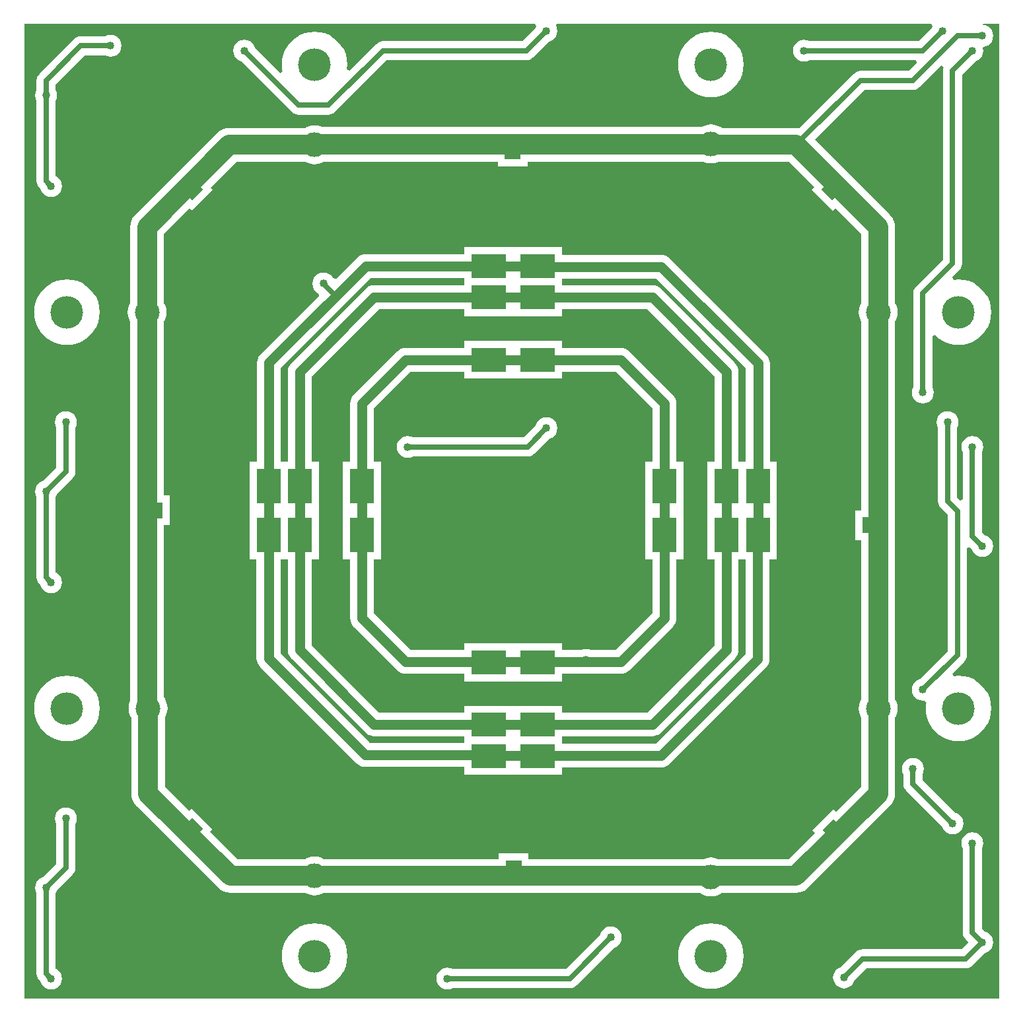
<source format=gbl>
%FSLAX25Y25*%
%MOIN*%
G70*
G01*
G75*
G04 Layer_Physical_Order=2*
G04 Layer_Color=65280*
%ADD10P,0.08352X4X333.0*%
%ADD11P,0.08352X4X261.0*%
%ADD12P,0.08352X4X189.0*%
%ADD13P,0.08352X4X117.0*%
%ADD14R,0.05906X0.05906*%
%ADD15C,0.02500*%
%ADD16C,0.10000*%
%ADD17C,0.05000*%
%ADD18C,0.12500*%
%ADD19R,0.12500X0.12500*%
%ADD20R,0.12500X0.12500*%
%ADD21C,0.16500*%
%ADD22C,0.04000*%
%ADD23R,0.17716X0.12205*%
%ADD24R,0.12205X0.17716*%
G04:AMPARAMS|DCode=25|XSize=80mil|YSize=50mil|CornerRadius=0mil|HoleSize=0mil|Usage=FLASHONLY|Rotation=45.000|XOffset=0mil|YOffset=0mil|HoleType=Round|Shape=Rectangle|*
%AMROTATEDRECTD25*
4,1,4,-0.01061,-0.04596,-0.04596,-0.01061,0.01061,0.04596,0.04596,0.01061,-0.01061,-0.04596,0.0*
%
%ADD25ROTATEDRECTD25*%

%ADD26R,0.08000X0.05000*%
G04:AMPARAMS|DCode=27|XSize=80mil|YSize=50mil|CornerRadius=0mil|HoleSize=0mil|Usage=FLASHONLY|Rotation=315.000|XOffset=0mil|YOffset=0mil|HoleType=Round|Shape=Rectangle|*
%AMROTATEDRECTD27*
4,1,4,-0.04596,0.01061,-0.01061,0.04596,0.04596,-0.01061,0.01061,-0.04596,-0.04596,0.01061,0.0*
%
%ADD27ROTATEDRECTD27*%

%ADD28R,0.05000X0.08000*%
G36*
X702657Y713764D02*
X701343Y712450D01*
X711950Y701843D01*
X713264Y703157D01*
X726459Y689962D01*
Y655204D01*
X725949Y654249D01*
X725391Y652411D01*
X725203Y650500D01*
X725391Y648589D01*
X725949Y646751D01*
X726459Y645796D01*
X726459D01*
X726459Y645796D01*
Y550500D01*
X723500D01*
Y535500D01*
X726459D01*
Y455204D01*
X725949Y454249D01*
X725391Y452411D01*
X725203Y450500D01*
X725391Y448589D01*
X725949Y446751D01*
X726459Y445796D01*
Y411038D01*
X713764Y398343D01*
X712450Y399657D01*
X701843Y389050D01*
X703157Y387736D01*
X689962Y374541D01*
X654269D01*
X654249Y374551D01*
X652411Y375109D01*
X650500Y375297D01*
X648589Y375109D01*
X646751Y374551D01*
X646732Y374541D01*
X558500D01*
Y377500D01*
X543500D01*
Y374541D01*
X455204D01*
X454249Y375051D01*
X452411Y375609D01*
X450500Y375797D01*
X448589Y375609D01*
X446751Y375051D01*
X445796Y374541D01*
X411538D01*
X397843Y388236D01*
X399157Y389550D01*
X388550Y400157D01*
X387236Y398843D01*
X375041Y411038D01*
Y445796D01*
X375551Y446751D01*
X376109Y448589D01*
X376297Y450500D01*
X376109Y452411D01*
X375551Y454249D01*
X374646Y455943D01*
X374541Y456071D01*
Y543000D01*
X377500D01*
Y558000D01*
X374541D01*
Y645796D01*
X375051Y646751D01*
X375609Y648589D01*
X375797Y650500D01*
X375609Y652411D01*
X375051Y654249D01*
X374541Y655204D01*
Y689962D01*
X387486Y702907D01*
X388550Y701843D01*
X399157Y712450D01*
X398093Y713514D01*
X411038Y726459D01*
X445796D01*
X446751Y725949D01*
X448589Y725391D01*
X450500Y725203D01*
X452411Y725391D01*
X454249Y725949D01*
X455204Y726459D01*
X543000D01*
Y724000D01*
X558000D01*
Y726459D01*
X646732D01*
X646751Y726449D01*
X648589Y725891D01*
X650500Y725703D01*
X652411Y725891D01*
X654249Y726449D01*
X654269Y726459D01*
X689962D01*
X702657Y713764D01*
D02*
G37*
G36*
X795965Y304034D02*
X304034D01*
Y795965D01*
X561632D01*
X562466Y794718D01*
X562142Y793936D01*
X562139Y793914D01*
X555515Y787291D01*
X485000D01*
X483760Y787128D01*
X482605Y786649D01*
X481612Y785888D01*
X468227Y772502D01*
X466864Y773130D01*
X467051Y775500D01*
X466847Y778089D01*
X466241Y780615D01*
X465247Y783014D01*
X463890Y785228D01*
X462203Y787203D01*
X460228Y788890D01*
X458014Y790247D01*
X455615Y791241D01*
X453089Y791847D01*
X450500Y792051D01*
X447911Y791847D01*
X445386Y791241D01*
X442986Y790247D01*
X440772Y788890D01*
X438797Y787203D01*
X437110Y785228D01*
X435753Y783014D01*
X434759Y780615D01*
X434153Y778089D01*
X433949Y775500D01*
X434153Y772911D01*
X434389Y771929D01*
X433080Y771196D01*
X420361Y783914D01*
X420358Y783936D01*
X419804Y785274D01*
X418923Y786423D01*
X417774Y787304D01*
X416436Y787858D01*
X415000Y788048D01*
X413564Y787858D01*
X412226Y787304D01*
X411077Y786423D01*
X410196Y785274D01*
X409642Y783936D01*
X409452Y782500D01*
X409642Y781064D01*
X410196Y779726D01*
X411077Y778577D01*
X412226Y777696D01*
X413564Y777142D01*
X413586Y777139D01*
X439112Y751612D01*
X440104Y750851D01*
X441260Y750372D01*
X442500Y750209D01*
X457500D01*
X458740Y750372D01*
X459557Y750711D01*
X459896Y750851D01*
X460888Y751612D01*
Y751612D01*
X460888D01*
D01*
D01*
D01*
D01*
D01*
D01*
X460888D01*
D01*
X460888D01*
Y751612D01*
D01*
D01*
D01*
D01*
Y751612D01*
D01*
D01*
D01*
D01*
D01*
D01*
Y751612D01*
D01*
D01*
X460888D01*
D01*
D01*
D01*
X486984Y777709D01*
X557500D01*
X558740Y777872D01*
X559557Y778211D01*
X559896Y778351D01*
X560888Y779112D01*
Y779112D01*
X560888D01*
D01*
D01*
D01*
D01*
D01*
D01*
X560888D01*
D01*
X560888D01*
Y779112D01*
D01*
D01*
D01*
D01*
Y779112D01*
D01*
D01*
D01*
D01*
D01*
D01*
Y779112D01*
D01*
D01*
X560888D01*
D01*
D01*
D01*
X568914Y787139D01*
X568936Y787142D01*
X570274Y787696D01*
X571423Y788577D01*
X572304Y789726D01*
X572858Y791064D01*
X573047Y792500D01*
X572858Y793936D01*
X572304Y795274D01*
X572645Y795965D01*
X761632D01*
X762466Y794718D01*
X762142Y793936D01*
X762139Y793914D01*
X755515Y787291D01*
X700291D01*
X700274Y787304D01*
X698936Y787858D01*
X697500Y788048D01*
X696064Y787858D01*
X694726Y787304D01*
X693577Y786423D01*
X692696Y785274D01*
X692142Y783936D01*
X691953Y782500D01*
X692142Y781064D01*
X692696Y779726D01*
X693577Y778577D01*
X694726Y777696D01*
X696064Y777142D01*
X697500Y776953D01*
X698936Y777142D01*
X700274Y777696D01*
X700291Y777709D01*
X753974D01*
X754548Y776323D01*
X750516Y772291D01*
X726000D01*
X724760Y772128D01*
X723604Y771649D01*
X722612Y770888D01*
X695107Y743383D01*
X693500Y743541D01*
X656071D01*
X655943Y743646D01*
X654249Y744551D01*
X652411Y745109D01*
X650500Y745297D01*
X648589Y745109D01*
X646751Y744551D01*
X645796Y744041D01*
X454269D01*
X454249Y744051D01*
X452411Y744609D01*
X450500Y744797D01*
X448589Y744609D01*
X446751Y744051D01*
X445796Y743541D01*
X407500D01*
X405834Y743377D01*
X404231Y742891D01*
X402755Y742102D01*
X401461Y741040D01*
X359961Y699540D01*
X358898Y698245D01*
X358109Y696769D01*
X357623Y695166D01*
X357459Y693500D01*
Y655204D01*
X356949Y654249D01*
X356391Y652411D01*
X356203Y650500D01*
X356391Y648589D01*
X356949Y646751D01*
X357459Y645796D01*
Y454269D01*
X357449Y454249D01*
X356891Y452411D01*
X356703Y450500D01*
X356891Y448589D01*
X357449Y446751D01*
X357959Y445796D01*
Y407500D01*
X358123Y405834D01*
X358609Y404231D01*
X359398Y402755D01*
X360460Y401461D01*
X401961Y359961D01*
X403255Y358898D01*
X404731Y358109D01*
X406334Y357623D01*
X408000Y357459D01*
X445796D01*
X446751Y356949D01*
X448589Y356391D01*
X450500Y356203D01*
X452411Y356391D01*
X454249Y356949D01*
X455204Y357459D01*
X644929D01*
X645057Y357354D01*
X646751Y356449D01*
X648589Y355891D01*
X650500Y355703D01*
X652411Y355891D01*
X654249Y356449D01*
X655943Y357354D01*
X656071Y357459D01*
X693500D01*
X695166Y357623D01*
X696769Y358109D01*
X698245Y358898D01*
X699540Y359961D01*
X741040Y401461D01*
Y401461D01*
D01*
D01*
D01*
X741040Y401461D01*
D01*
Y401461D01*
D01*
X741040D01*
Y401461D01*
D01*
Y401461D01*
Y401461D01*
X741040D01*
D01*
D01*
Y401461D01*
D01*
D01*
D01*
D01*
D01*
D01*
Y401461D01*
D01*
D01*
X741040D01*
D01*
X741040Y401461D01*
D01*
D01*
X742102Y402755D01*
X742891Y404231D01*
X743377Y405834D01*
X743541Y407500D01*
Y445796D01*
X744051Y446751D01*
X744609Y448589D01*
X744797Y450500D01*
X744609Y452411D01*
X744051Y454249D01*
X743541Y455204D01*
Y645796D01*
X744051Y646751D01*
X744609Y648589D01*
X744797Y650500D01*
X744609Y652411D01*
X744051Y654249D01*
X743541Y655204D01*
Y693500D01*
X743377Y695166D01*
X742891Y696769D01*
X742102Y698245D01*
X741040Y699540D01*
X702927Y737652D01*
X727985Y762709D01*
X752500D01*
X753740Y762872D01*
X754557Y763211D01*
X754895Y763351D01*
X755888Y764112D01*
Y764112D01*
X755888D01*
D01*
D01*
D01*
D01*
D01*
D01*
X755888D01*
D01*
X755888D01*
Y764112D01*
D01*
D01*
D01*
D01*
Y764112D01*
D01*
D01*
D01*
D01*
D01*
D01*
Y764112D01*
D01*
D01*
X755888D01*
D01*
D01*
D01*
X766820Y775045D01*
X768068Y774212D01*
X767872Y773740D01*
X767709Y772500D01*
Y676985D01*
X754112Y663388D01*
X753351Y662395D01*
X753211Y662057D01*
X752872Y661240D01*
X752709Y660000D01*
Y612791D01*
X752696Y612774D01*
X752142Y611436D01*
X751953Y610000D01*
X752142Y608564D01*
X752696Y607226D01*
X753577Y606077D01*
X754726Y605196D01*
X756064Y604642D01*
X757500Y604453D01*
X758936Y604642D01*
X760274Y605196D01*
X761423Y606077D01*
X762304Y607226D01*
X762858Y608564D01*
X763048Y610000D01*
X762858Y611436D01*
X762304Y612774D01*
X762291Y612791D01*
Y638393D01*
X763698Y638912D01*
X763797Y638797D01*
X765772Y637110D01*
X767986Y635753D01*
X770386Y634759D01*
X772911Y634153D01*
X775500Y633949D01*
X778089Y634153D01*
X780615Y634759D01*
X783014Y635753D01*
X785228Y637110D01*
X787203Y638797D01*
X788890Y640772D01*
X790247Y642986D01*
X791241Y645386D01*
X791847Y647911D01*
X792051Y650500D01*
X791847Y653089D01*
X791241Y655615D01*
X790247Y658014D01*
X788890Y660228D01*
X787203Y662203D01*
X785228Y663890D01*
X783014Y665247D01*
X780615Y666241D01*
X778089Y666847D01*
X775500Y667051D01*
X773130Y666864D01*
X772502Y668227D01*
X775888Y671612D01*
X776649Y672605D01*
X777128Y673760D01*
X777291Y675000D01*
Y770515D01*
X783914Y777139D01*
X783936Y777142D01*
X785274Y777696D01*
X786423Y778577D01*
X787304Y779726D01*
X787858Y781064D01*
X788048Y782500D01*
X787858Y783936D01*
X788211Y784546D01*
X788936Y784642D01*
X790274Y785196D01*
X791423Y786077D01*
X792304Y787226D01*
X792858Y788564D01*
X793048Y790000D01*
X792858Y791436D01*
X792304Y792774D01*
X791423Y793923D01*
X790274Y794804D01*
X788936Y795358D01*
X787500Y795547D01*
X787918Y795965D01*
X795965D01*
Y304034D01*
D02*
G37*
%LPC*%
G36*
X752500Y425548D02*
X751064Y425358D01*
X749726Y424804D01*
X748577Y423923D01*
X747696Y422774D01*
X747142Y421436D01*
X746952Y420000D01*
X747142Y418564D01*
X747696Y417226D01*
X747709Y417209D01*
Y412500D01*
X747709Y412500D01*
X747709D01*
X747872Y411260D01*
X748211Y410443D01*
X748351Y410105D01*
X749112Y409112D01*
Y409112D01*
D01*
D01*
X749112Y409112D01*
Y409112D01*
X749112Y409112D01*
X767139Y391086D01*
X767142Y391064D01*
X767696Y389726D01*
X768577Y388577D01*
X769726Y387696D01*
X771064Y387142D01*
X772500Y386952D01*
X773936Y387142D01*
X775274Y387696D01*
X776423Y388577D01*
X777304Y389726D01*
X777858Y391064D01*
X778048Y392500D01*
X777858Y393936D01*
X777304Y395274D01*
X776423Y396423D01*
X775274Y397304D01*
X773936Y397858D01*
X773914Y397861D01*
X757291Y414485D01*
Y417209D01*
X757304Y417226D01*
X757858Y418564D01*
X758047Y420000D01*
X757858Y421436D01*
X757304Y422774D01*
X756423Y423923D01*
X755274Y424804D01*
X753936Y425358D01*
X752500Y425548D01*
D02*
G37*
G36*
X600000Y340470D02*
X598564Y340281D01*
X597226Y339726D01*
X596077Y338845D01*
X595196Y337696D01*
X594642Y336358D01*
X594639Y336336D01*
X577272Y318970D01*
X520291D01*
X520274Y318983D01*
X518936Y319537D01*
X517500Y319726D01*
X516064Y319537D01*
X514726Y318983D01*
X513577Y318101D01*
X512696Y316952D01*
X512142Y315615D01*
X511952Y314179D01*
X512142Y312743D01*
X512696Y311405D01*
X513577Y310256D01*
X514726Y309374D01*
X516064Y308820D01*
X517500Y308631D01*
X518936Y308820D01*
X520274Y309374D01*
X520291Y309388D01*
X579256D01*
X580497Y309551D01*
X581314Y309889D01*
X581652Y310030D01*
X582644Y310791D01*
Y310791D01*
X582644D01*
D01*
D01*
D01*
D01*
D01*
D01*
X582644D01*
D01*
X582644D01*
Y310791D01*
D01*
D01*
D01*
D01*
Y310791D01*
D01*
D01*
D01*
Y310791D01*
D01*
D01*
X582644D01*
D01*
D01*
D01*
X601414Y329561D01*
X601436Y329564D01*
X602774Y330118D01*
X603923Y331000D01*
X604804Y332149D01*
X605358Y333487D01*
X605548Y334922D01*
X605358Y336358D01*
X604804Y337696D01*
X603923Y338845D01*
X602774Y339726D01*
X601436Y340281D01*
X600000Y340470D01*
D02*
G37*
G36*
X782500Y388048D02*
X781064Y387858D01*
X779726Y387304D01*
X778577Y386423D01*
X777696Y385274D01*
X777142Y383936D01*
X776953Y382500D01*
X777142Y381064D01*
X777696Y379726D01*
X777709Y379709D01*
Y337500D01*
X777872Y336260D01*
X778211Y335443D01*
X778351Y335104D01*
X779112Y334112D01*
X780724Y332500D01*
X777194Y328970D01*
X727166D01*
X725926Y328806D01*
X724770Y328328D01*
X723778Y327567D01*
X716329Y320118D01*
X716308Y320115D01*
X714970Y319561D01*
X713821Y318679D01*
X712939Y317530D01*
X712385Y316192D01*
X712196Y314756D01*
X712385Y313321D01*
X712939Y311983D01*
X713821Y310834D01*
X714970Y309952D01*
X716308Y309398D01*
X717743Y309209D01*
X719179Y309398D01*
X720517Y309952D01*
X721666Y310834D01*
X722548Y311983D01*
X723102Y313321D01*
X723105Y313342D01*
X729150Y319388D01*
X779179D01*
X780419Y319551D01*
X781574Y320030D01*
X782566Y320791D01*
Y320791D01*
X782566D01*
D01*
D01*
D01*
D01*
D01*
D01*
X782566D01*
D01*
X782566D01*
Y320791D01*
D01*
D01*
D01*
D01*
Y320791D01*
D01*
D01*
D01*
Y320791D01*
D01*
D01*
X782566D01*
D01*
D01*
D01*
D01*
X788914Y327139D01*
X788936Y327142D01*
X790274Y327696D01*
X791423Y328577D01*
X792304Y329726D01*
X792858Y331064D01*
X793048Y332500D01*
X792858Y333936D01*
X792304Y335274D01*
X791423Y336423D01*
X790274Y337304D01*
X788936Y337858D01*
X788914Y337861D01*
X787291Y339485D01*
Y379709D01*
X787304Y379726D01*
X787858Y381064D01*
X788048Y382500D01*
X787858Y383936D01*
X787304Y385274D01*
X786423Y386423D01*
X785274Y387304D01*
X783936Y387858D01*
X782500Y388048D01*
D02*
G37*
G36*
X325500Y467051D02*
X322911Y466847D01*
X320385Y466241D01*
X317986Y465247D01*
X315772Y463890D01*
X313797Y462203D01*
X312110Y460228D01*
X310753Y458014D01*
X309759Y455615D01*
X309153Y453089D01*
X308949Y450500D01*
X309153Y447911D01*
X309759Y445386D01*
X310753Y442986D01*
X312110Y440772D01*
X313797Y438797D01*
X315772Y437110D01*
X317986Y435753D01*
X320385Y434759D01*
X322911Y434153D01*
X325500Y433949D01*
X328089Y434153D01*
X330615Y434759D01*
X333014Y435753D01*
X335228Y437110D01*
X337203Y438797D01*
X338890Y440772D01*
X340247Y442986D01*
X341241Y445386D01*
X341847Y447911D01*
X342051Y450500D01*
X341847Y453089D01*
X341241Y455615D01*
X340247Y458014D01*
X338890Y460228D01*
X337203Y462203D01*
X335228Y463890D01*
X333014Y465247D01*
X330615Y466241D01*
X328089Y466847D01*
X325500Y467051D01*
D02*
G37*
G36*
X770000Y600548D02*
X768564Y600358D01*
X767226Y599804D01*
X766077Y598923D01*
X765196Y597774D01*
X764642Y596436D01*
X764453Y595000D01*
X764642Y593564D01*
X765196Y592226D01*
X765209Y592209D01*
Y555000D01*
X765372Y553760D01*
X765711Y552943D01*
X765851Y552604D01*
X766612Y551612D01*
X770209Y548015D01*
Y479485D01*
X756086Y465361D01*
X756064Y465358D01*
X754726Y464804D01*
X753577Y463923D01*
X752696Y462774D01*
X752142Y461436D01*
X751953Y460000D01*
X752142Y458564D01*
X752696Y457226D01*
X753577Y456077D01*
X754726Y455196D01*
X756064Y454642D01*
X757500Y454453D01*
X758232Y454549D01*
X759236Y453434D01*
X759153Y453089D01*
X758949Y450500D01*
X759153Y447911D01*
X759759Y445386D01*
X760753Y442986D01*
X762110Y440772D01*
X763797Y438797D01*
X765772Y437110D01*
X767986Y435753D01*
X770386Y434759D01*
X772911Y434153D01*
X775500Y433949D01*
X778089Y434153D01*
X780615Y434759D01*
X783014Y435753D01*
X785228Y437110D01*
X787203Y438797D01*
X788890Y440772D01*
X790247Y442986D01*
X791241Y445386D01*
X791847Y447911D01*
X792051Y450500D01*
X791847Y453089D01*
X791241Y455615D01*
X790247Y458014D01*
X788890Y460228D01*
X787203Y462203D01*
X785228Y463890D01*
X783014Y465247D01*
X780615Y466241D01*
X778089Y466847D01*
X775500Y467051D01*
X773130Y466864D01*
X772502Y468227D01*
X778388Y474112D01*
Y474112D01*
D01*
D01*
D01*
X778388Y474112D01*
D01*
Y474112D01*
D01*
D01*
D01*
D01*
X778388D01*
Y474112D01*
D01*
D01*
D01*
X778388D01*
D01*
D01*
Y474112D01*
D01*
D01*
D01*
Y474112D01*
D01*
D01*
X778388D01*
D01*
X778388Y474112D01*
D01*
D01*
X779149Y475105D01*
X779347Y475583D01*
X779628Y476260D01*
X779791Y477500D01*
D01*
D01*
D01*
D01*
D01*
X779791D01*
D01*
D01*
D01*
Y477500D01*
X779791D01*
D01*
Y477500D01*
D01*
D01*
D01*
D01*
D01*
D01*
D01*
D01*
D01*
D01*
D01*
D01*
Y477500D01*
D01*
X779791D01*
D01*
D01*
D01*
D01*
X779791Y477500D01*
Y531474D01*
X781177Y532048D01*
X782139Y531086D01*
X782142Y531064D01*
X782696Y529726D01*
X783577Y528577D01*
X784726Y527696D01*
X786064Y527142D01*
X787500Y526953D01*
X788936Y527142D01*
X790274Y527696D01*
X791423Y528577D01*
X792304Y529726D01*
X792858Y531064D01*
X793048Y532500D01*
X792858Y533936D01*
X792304Y535274D01*
X791423Y536423D01*
X790274Y537304D01*
X788936Y537858D01*
X788914Y537861D01*
X787291Y539485D01*
Y579709D01*
X787304Y579726D01*
X787858Y581064D01*
X788048Y582500D01*
X787858Y583936D01*
X787304Y585274D01*
X786423Y586423D01*
X785274Y587304D01*
X783936Y587858D01*
X782500Y588048D01*
X781064Y587858D01*
X779726Y587304D01*
X778577Y586423D01*
X777696Y585274D01*
X777142Y583936D01*
X776953Y582500D01*
X777142Y581064D01*
X777696Y579726D01*
X777709Y579709D01*
Y556026D01*
X776323Y555452D01*
X774791Y556985D01*
Y592209D01*
X774804Y592226D01*
X775358Y593564D01*
X775548Y595000D01*
X775358Y596436D01*
X774804Y597774D01*
X773923Y598923D01*
X772774Y599804D01*
X771436Y600358D01*
X770000Y600548D01*
D02*
G37*
G36*
X325000D02*
X323564Y600358D01*
X322226Y599804D01*
X321077Y598923D01*
X320196Y597774D01*
X319642Y596436D01*
X319453Y595000D01*
X319642Y593564D01*
X320196Y592226D01*
X320209Y592209D01*
Y571984D01*
X313586Y565361D01*
X313564Y565358D01*
X312226Y564804D01*
X311077Y563923D01*
X310196Y562774D01*
X309642Y561436D01*
X309453Y560000D01*
X309642Y558564D01*
X310196Y557226D01*
X310209Y557209D01*
Y516679D01*
X310209Y516679D01*
X310209D01*
X310372Y515439D01*
X310711Y514622D01*
X310851Y514283D01*
X311612Y513291D01*
Y513291D01*
D01*
D01*
X311612Y513291D01*
Y513291D01*
D01*
X311612Y513291D01*
Y513291D01*
X312139Y512765D01*
X312142Y512743D01*
X312696Y511405D01*
X313577Y510256D01*
X314726Y509375D01*
X316064Y508820D01*
X317500Y508631D01*
X318936Y508820D01*
X320274Y509375D01*
X321423Y510256D01*
X322304Y511405D01*
X322858Y512743D01*
X323047Y514179D01*
X322858Y515615D01*
X322304Y516953D01*
X321423Y518101D01*
X320274Y518983D01*
X319791Y519183D01*
Y557209D01*
X319804Y557226D01*
X320358Y558564D01*
X320361Y558586D01*
X328388Y566612D01*
Y566612D01*
D01*
D01*
D01*
X328388Y566612D01*
D01*
Y566612D01*
D01*
D01*
D01*
D01*
X328388D01*
Y566612D01*
D01*
D01*
D01*
X328388D01*
D01*
D01*
Y566612D01*
D01*
D01*
D01*
Y566612D01*
D01*
D01*
X328388D01*
D01*
X328388Y566612D01*
D01*
D01*
X329149Y567604D01*
X329347Y568083D01*
X329628Y568760D01*
X329791Y570000D01*
D01*
D01*
D01*
D01*
D01*
X329791D01*
D01*
D01*
D01*
Y570000D01*
X329791D01*
D01*
Y570000D01*
D01*
D01*
D01*
D01*
D01*
D01*
D01*
D01*
D01*
D01*
D01*
D01*
Y570000D01*
D01*
X329791D01*
D01*
D01*
D01*
D01*
X329791Y570000D01*
Y592209D01*
X329804Y592226D01*
X330358Y593564D01*
X330547Y595000D01*
X330358Y596436D01*
X329804Y597774D01*
X328923Y598923D01*
X327774Y599804D01*
X326436Y600358D01*
X325000Y600548D01*
D02*
G37*
G36*
X650500Y342051D02*
X647911Y341847D01*
X645386Y341241D01*
X642986Y340247D01*
X640772Y338890D01*
X638797Y337203D01*
X637110Y335228D01*
X635753Y333014D01*
X634759Y330615D01*
X634153Y328089D01*
X633949Y325500D01*
X634153Y322911D01*
X634759Y320385D01*
X635753Y317986D01*
X637110Y315772D01*
X638797Y313797D01*
X640772Y312110D01*
X642986Y310753D01*
X645386Y309759D01*
X647911Y309153D01*
X650500Y308949D01*
X653089Y309153D01*
X655615Y309759D01*
X658014Y310753D01*
X660228Y312110D01*
X662203Y313797D01*
X663890Y315772D01*
X665247Y317986D01*
X666241Y320385D01*
X666847Y322911D01*
X667051Y325500D01*
X666847Y328089D01*
X666241Y330615D01*
X665247Y333014D01*
X663890Y335228D01*
X662203Y337203D01*
X660228Y338890D01*
X658014Y340247D01*
X655615Y341241D01*
X653089Y341847D01*
X650500Y342051D01*
D02*
G37*
G36*
X575465Y683350D02*
X526142D01*
Y679777D01*
X476248D01*
X476248Y679777D01*
X475072Y679661D01*
X473941Y679318D01*
X472898Y678761D01*
X471985Y678011D01*
X471985Y678011D01*
X461328Y667354D01*
X459857Y667647D01*
X459804Y667774D01*
X458923Y668923D01*
X457774Y669804D01*
X456436Y670358D01*
X455000Y670547D01*
X453564Y670358D01*
X452226Y669804D01*
X451077Y668923D01*
X450196Y667774D01*
X449642Y666436D01*
X449452Y665000D01*
X449642Y663564D01*
X450196Y662226D01*
X451077Y661077D01*
X452226Y660196D01*
X452353Y660143D01*
X452646Y658672D01*
X423237Y629263D01*
X422487Y628349D01*
X421930Y627307D01*
X421587Y626176D01*
X421471Y625000D01*
Y574965D01*
X417650D01*
Y550248D01*
Y525642D01*
X421223D01*
Y475748D01*
X421223Y475748D01*
X421223Y475748D01*
X421339Y474572D01*
X421682Y473441D01*
X421682Y473441D01*
X421682Y473441D01*
X422239Y472399D01*
X422989Y471485D01*
D01*
X422989Y471485D01*
X422989Y471485D01*
D01*
D01*
X422989Y471485D01*
Y471485D01*
X471737Y422737D01*
X471737Y422737D01*
X472650Y421987D01*
X473693Y421430D01*
X474824Y421087D01*
X476000Y420971D01*
X476000Y420971D01*
X526142D01*
Y416902D01*
X575465D01*
Y420723D01*
X625252D01*
X626428Y420839D01*
X627559Y421182D01*
Y421182D01*
X627559D01*
X627559Y421182D01*
X627559D01*
Y421182D01*
D01*
D01*
D01*
Y421182D01*
D01*
D01*
D01*
D01*
D01*
Y421182D01*
D01*
D01*
X627559D01*
D01*
X628602Y421739D01*
X629515Y422489D01*
Y422489D01*
X629515D01*
D01*
D01*
D01*
D01*
D01*
D01*
X629515D01*
D01*
X629515D01*
Y422489D01*
D01*
D01*
D01*
D01*
Y422489D01*
D01*
D01*
D01*
Y422489D01*
D01*
D01*
X629515D01*
D01*
D01*
D01*
D01*
D01*
X678263Y471237D01*
X678263Y471237D01*
X679013Y472151D01*
X679570Y473193D01*
X679913Y474324D01*
X680029Y475500D01*
X680029Y475500D01*
Y525642D01*
X683850D01*
Y550248D01*
Y574965D01*
X680277D01*
Y624752D01*
X680277Y624752D01*
X680161Y625928D01*
X679818Y627059D01*
X679261Y628101D01*
X678511Y629015D01*
X678511Y629015D01*
X629763Y677763D01*
X628850Y678513D01*
X627807Y679070D01*
X626676Y679413D01*
X625500Y679529D01*
X575465D01*
Y683350D01*
D02*
G37*
G36*
X650500Y792051D02*
X647911Y791847D01*
X645386Y791241D01*
X642986Y790247D01*
X640772Y788890D01*
X638797Y787203D01*
X637110Y785228D01*
X635753Y783014D01*
X634759Y780615D01*
X634153Y778089D01*
X633949Y775500D01*
X634153Y772911D01*
X634759Y770386D01*
X635753Y767986D01*
X637110Y765772D01*
X638797Y763797D01*
X640772Y762110D01*
X642986Y760753D01*
X645386Y759759D01*
X647911Y759153D01*
X650500Y758949D01*
X653089Y759153D01*
X655615Y759759D01*
X658014Y760753D01*
X660228Y762110D01*
X662203Y763797D01*
X663890Y765772D01*
X665247Y767986D01*
X666241Y770386D01*
X666847Y772911D01*
X667051Y775500D01*
X666847Y778089D01*
X666241Y780615D01*
X665247Y783014D01*
X663890Y785228D01*
X662203Y787203D01*
X660228Y788890D01*
X658014Y790247D01*
X655615Y791241D01*
X653089Y791847D01*
X650500Y792051D01*
D02*
G37*
G36*
X347500Y790548D02*
X346064Y790358D01*
X344726Y789804D01*
X344709Y789791D01*
X332500D01*
X331260Y789628D01*
X330583Y789347D01*
X330104Y789149D01*
X329112Y788388D01*
X311612Y770888D01*
X310851Y769896D01*
X310372Y768740D01*
X310209Y767500D01*
Y762791D01*
X310196Y762774D01*
X309642Y761436D01*
X309453Y760000D01*
X309642Y758564D01*
X310196Y757226D01*
X310209Y757209D01*
Y716679D01*
X310209Y716679D01*
X310209Y716679D01*
X310372Y715439D01*
X310711Y714622D01*
X310851Y714283D01*
X311612Y713291D01*
Y713291D01*
D01*
D01*
X311612Y713291D01*
Y713291D01*
X311612Y713291D01*
D01*
X312139Y712765D01*
X312142Y712743D01*
X312696Y711405D01*
X313577Y710256D01*
X314726Y709375D01*
X316064Y708820D01*
X317500Y708631D01*
X318936Y708820D01*
X320274Y709375D01*
X321423Y710256D01*
X322304Y711405D01*
X322858Y712743D01*
X323047Y714179D01*
X322858Y715615D01*
X322304Y716953D01*
X321423Y718101D01*
X320274Y718983D01*
X319791Y719183D01*
Y757209D01*
X319804Y757226D01*
X320358Y758564D01*
X320548Y760000D01*
X320358Y761436D01*
X319804Y762774D01*
X319791Y762791D01*
Y765516D01*
X334485Y780209D01*
X344709D01*
X344726Y780196D01*
X346064Y779642D01*
X347500Y779453D01*
X348936Y779642D01*
X350274Y780196D01*
X351423Y781077D01*
X352304Y782226D01*
X352858Y783564D01*
X353047Y785000D01*
X352858Y786436D01*
X352304Y787774D01*
X351423Y788923D01*
X350274Y789804D01*
X348936Y790358D01*
X347500Y790548D01*
D02*
G37*
G36*
X450500Y342051D02*
X447911Y341847D01*
X445386Y341241D01*
X442986Y340247D01*
X440772Y338890D01*
X438797Y337203D01*
X437110Y335228D01*
X435753Y333014D01*
X434759Y330615D01*
X434153Y328089D01*
X433949Y325500D01*
X434153Y322911D01*
X434759Y320385D01*
X435753Y317986D01*
X437110Y315772D01*
X438797Y313797D01*
X440772Y312110D01*
X442986Y310753D01*
X445386Y309759D01*
X447911Y309153D01*
X450500Y308949D01*
X453089Y309153D01*
X455615Y309759D01*
X458014Y310753D01*
X460228Y312110D01*
X462203Y313797D01*
X463890Y315772D01*
X465247Y317986D01*
X466241Y320385D01*
X466847Y322911D01*
X467051Y325500D01*
X466847Y328089D01*
X466241Y330615D01*
X465247Y333014D01*
X463890Y335228D01*
X462203Y337203D01*
X460228Y338890D01*
X458014Y340247D01*
X455615Y341241D01*
X453089Y341847D01*
X450500Y342051D01*
D02*
G37*
G36*
X325500Y667051D02*
X322911Y666847D01*
X320385Y666241D01*
X317986Y665247D01*
X315772Y663890D01*
X313797Y662203D01*
X312110Y660228D01*
X310753Y658014D01*
X309759Y655615D01*
X309153Y653089D01*
X308949Y650500D01*
X309153Y647911D01*
X309759Y645386D01*
X310753Y642986D01*
X312110Y640772D01*
X313797Y638797D01*
X315772Y637110D01*
X317986Y635753D01*
X320385Y634759D01*
X322911Y634153D01*
X325500Y633949D01*
X328089Y634153D01*
X330615Y634759D01*
X333014Y635753D01*
X335228Y637110D01*
X337203Y638797D01*
X338890Y640772D01*
X340247Y642986D01*
X341241Y645386D01*
X341847Y647911D01*
X342051Y650500D01*
X341847Y653089D01*
X341241Y655615D01*
X340247Y658014D01*
X338890Y660228D01*
X337203Y662203D01*
X335228Y663890D01*
X333014Y665247D01*
X330615Y666241D01*
X328089Y666847D01*
X325500Y667051D01*
D02*
G37*
G36*
X325000Y400548D02*
X323564Y400358D01*
X322226Y399804D01*
X321077Y398923D01*
X320196Y397774D01*
X319642Y396436D01*
X319453Y395000D01*
X319642Y393564D01*
X320196Y392226D01*
X320209Y392209D01*
Y371985D01*
X313586Y365361D01*
X313564Y365358D01*
X312226Y364804D01*
X311077Y363923D01*
X310196Y362774D01*
X309642Y361436D01*
X309453Y360000D01*
X309642Y358564D01*
X310196Y357226D01*
X310209Y357209D01*
Y316679D01*
X310209Y316679D01*
X310209D01*
X310372Y315439D01*
X310711Y314622D01*
X310851Y314283D01*
X311612Y313291D01*
X311612Y313291D01*
X311612Y313291D01*
X312139Y312765D01*
X312142Y312743D01*
X312696Y311405D01*
X313577Y310256D01*
X314726Y309374D01*
X316064Y308820D01*
X317500Y308631D01*
X318936Y308820D01*
X320274Y309374D01*
X321423Y310256D01*
X322304Y311405D01*
X322858Y312743D01*
X323047Y314179D01*
X322858Y315615D01*
X322304Y316952D01*
X321423Y318101D01*
X320274Y318983D01*
X319791Y319183D01*
Y357209D01*
X319804Y357226D01*
X320358Y358564D01*
X320361Y358586D01*
X328388Y366612D01*
X329149Y367604D01*
X329347Y368083D01*
X329628Y368760D01*
X329791Y370000D01*
Y392209D01*
X329804Y392226D01*
X330358Y393564D01*
X330547Y395000D01*
X330358Y396436D01*
X329804Y397774D01*
X328923Y398923D01*
X327774Y399804D01*
X326436Y400358D01*
X325000Y400548D01*
D02*
G37*
%LPD*%
G36*
X436971Y480000D02*
X436971Y480000D01*
X436971D01*
X437087Y478824D01*
X437430Y477693D01*
X437430Y477693D01*
X437430Y477693D01*
X437987Y476650D01*
X438737Y475737D01*
X438737Y475737D01*
X438737Y475737D01*
X476237Y438237D01*
Y438237D01*
X476237Y438237D01*
X476237Y438237D01*
Y438237D01*
X477150Y437487D01*
X478193Y436930D01*
Y436930D01*
X478193Y436930D01*
D01*
D01*
D01*
X478193D01*
Y436930D01*
D01*
X478193Y436930D01*
X478193Y436930D01*
X479324Y436587D01*
X480500Y436471D01*
X526142D01*
Y433029D01*
X478497D01*
X433281Y478245D01*
Y525642D01*
X436971D01*
Y480000D01*
D02*
G37*
G36*
X652471Y618003D02*
Y574965D01*
X648898D01*
Y550248D01*
Y525642D01*
X652471D01*
Y482497D01*
X618503Y448529D01*
X575465D01*
Y451854D01*
X526142D01*
Y448529D01*
X482997D01*
X449029Y482497D01*
Y525642D01*
X452602D01*
Y550248D01*
Y574965D01*
X449029D01*
Y618003D01*
X482997Y651971D01*
X526142D01*
Y648398D01*
X575465D01*
Y651971D01*
X618503D01*
X652471Y618003D01*
D02*
G37*
G36*
X668219Y622255D02*
Y574965D01*
X664529D01*
Y620500D01*
D01*
D01*
D01*
D01*
X664529D01*
D01*
D01*
D01*
D01*
D01*
X664529D01*
Y620500D01*
D01*
D01*
Y620500D01*
D01*
D01*
D01*
D01*
D01*
D01*
D01*
D01*
D01*
D01*
D01*
D01*
Y620500D01*
D01*
X664529D01*
D01*
D01*
D01*
D01*
D01*
D01*
D01*
X664529Y620500D01*
D01*
D01*
D01*
X664413Y621676D01*
X664070Y622807D01*
X664070Y622807D01*
D01*
D01*
D01*
D01*
X664070Y622807D01*
D01*
D01*
Y622807D01*
D01*
X664070D01*
D01*
D01*
X664070D01*
D01*
D01*
X663513Y623849D01*
X662763Y624763D01*
X662763Y624763D01*
D01*
D01*
D01*
D01*
X662763Y624763D01*
D01*
D01*
X662763D01*
X625263Y662263D01*
D01*
X625263Y662263D01*
D01*
D01*
D01*
X625263Y662263D01*
X625263Y662263D01*
X624349Y663013D01*
X623307Y663570D01*
Y663570D01*
X623307D01*
D01*
D01*
D01*
D01*
X623307D01*
Y663570D01*
D01*
D01*
X623307Y663570D01*
X623307Y663570D01*
X623307Y663570D01*
D01*
X622176Y663913D01*
X621000Y664029D01*
X575465D01*
Y664146D01*
Y667471D01*
X623003D01*
X668219Y622255D01*
D02*
G37*
G36*
X667971Y477997D02*
X622755Y432781D01*
X575465D01*
Y436471D01*
X621000D01*
X622176Y436587D01*
X623307Y436930D01*
Y436930D01*
X623307D01*
X623307Y436930D01*
X623307D01*
Y436930D01*
D01*
D01*
D01*
Y436930D01*
D01*
D01*
D01*
D01*
D01*
D01*
D01*
D01*
Y436930D01*
D01*
D01*
D01*
D01*
X624349Y437487D01*
X625263Y438237D01*
Y438237D01*
X625263D01*
D01*
D01*
D01*
D01*
D01*
D01*
X625263D01*
D01*
X625263D01*
Y438237D01*
D01*
D01*
D01*
D01*
Y438237D01*
D01*
D01*
D01*
D01*
D01*
D01*
Y438237D01*
D01*
D01*
X625263D01*
D01*
D01*
D01*
X662763Y475737D01*
Y475737D01*
D01*
D01*
D01*
X662763Y475737D01*
Y475737D01*
X662763Y475737D01*
Y475737D01*
Y475737D01*
X662763D01*
D01*
D01*
Y475737D01*
D01*
D01*
D01*
D01*
D01*
D01*
Y475737D01*
D01*
D01*
X662763D01*
D01*
X662763Y475737D01*
D01*
D01*
X663513Y476650D01*
X664070Y477693D01*
Y477693D01*
X664070D01*
D01*
D01*
D01*
D01*
X664070D01*
D01*
D01*
D01*
D01*
Y477693D01*
X664070D01*
D01*
Y477693D01*
D01*
D01*
D01*
D01*
D01*
D01*
D01*
D01*
D01*
D01*
D01*
D01*
Y477693D01*
D01*
X664070D01*
D01*
D01*
D01*
D01*
X664070Y477693D01*
X664413Y478824D01*
X664529Y480000D01*
D01*
D01*
D01*
D01*
D01*
X664529D01*
D01*
D01*
D01*
D01*
Y480000D01*
X664529D01*
D01*
Y480000D01*
D01*
D01*
D01*
D01*
D01*
D01*
D01*
D01*
D01*
D01*
D01*
D01*
Y480000D01*
D01*
X664529D01*
D01*
D01*
D01*
D01*
X664529Y480000D01*
Y525642D01*
X667971D01*
Y477997D01*
D02*
G37*
G36*
X526142Y664146D02*
Y664029D01*
X480500D01*
X479324Y663913D01*
X478193Y663570D01*
X477150Y663013D01*
X476237Y662263D01*
X438737Y624763D01*
X437987Y623849D01*
X437430Y622807D01*
X437087Y621676D01*
X436971Y620500D01*
Y574965D01*
X433529D01*
Y622503D01*
X478745Y667719D01*
X526142D01*
Y664146D01*
D02*
G37*
%LPC*%
G36*
X575465Y636106D02*
X526142D01*
Y632533D01*
X496504D01*
X495328Y632417D01*
X494197Y632074D01*
X493154Y631517D01*
X492241Y630767D01*
X470233Y608759D01*
X469483Y607846D01*
X468926Y606803D01*
X468583Y605672D01*
X468467Y604496D01*
Y574965D01*
X464894D01*
Y550248D01*
Y525642D01*
X468467D01*
Y496004D01*
X468467Y496004D01*
X468467D01*
X468583Y494828D01*
X468926Y493697D01*
X468926Y493697D01*
X468926Y493697D01*
D01*
X469483Y492654D01*
X470233Y491741D01*
Y491741D01*
D01*
D01*
X470233Y491741D01*
Y491741D01*
X470233Y491741D01*
X492241Y469733D01*
Y469733D01*
D01*
D01*
X492241Y469733D01*
Y469733D01*
D01*
Y469733D01*
X492241Y469733D01*
X493154Y468983D01*
X494197Y468426D01*
D01*
X494197D01*
X494197Y468426D01*
D01*
D01*
D01*
X494197D01*
D01*
D01*
X494197D01*
D01*
D01*
Y468426D01*
X495328Y468083D01*
X496504Y467967D01*
X526142D01*
Y464146D01*
X575465D01*
Y467967D01*
X604996D01*
X606172Y468083D01*
X607303Y468426D01*
Y468426D01*
X607303D01*
X607303Y468426D01*
X607303D01*
Y468426D01*
D01*
D01*
D01*
Y468426D01*
D01*
D01*
D01*
D01*
D01*
Y468426D01*
D01*
D01*
X607303D01*
D01*
X608346Y468983D01*
X609259Y469733D01*
Y469733D01*
X609259D01*
D01*
D01*
D01*
D01*
D01*
D01*
X609259D01*
D01*
X609259D01*
Y469733D01*
D01*
D01*
D01*
D01*
Y469733D01*
D01*
D01*
D01*
Y469733D01*
D01*
D01*
X609259D01*
D01*
D01*
D01*
X631267Y491741D01*
Y491741D01*
D01*
D01*
D01*
X631267Y491741D01*
D01*
Y491741D01*
D01*
D01*
D01*
D01*
X631267D01*
Y491741D01*
D01*
D01*
D01*
X631267D01*
D01*
D01*
Y491741D01*
D01*
D01*
D01*
Y491741D01*
D01*
D01*
X631267D01*
D01*
X631267Y491741D01*
D01*
D01*
X632017Y492654D01*
X632574Y493697D01*
Y493697D01*
X632574D01*
D01*
D01*
D01*
D01*
X632574D01*
D01*
D01*
D01*
Y493697D01*
X632574D01*
D01*
Y493697D01*
D01*
D01*
D01*
D01*
D01*
D01*
D01*
D01*
D01*
D01*
D01*
D01*
Y493697D01*
D01*
X632574D01*
D01*
D01*
D01*
D01*
X632574Y493697D01*
X632917Y494828D01*
X633033Y496004D01*
D01*
D01*
D01*
D01*
D01*
X633033D01*
D01*
D01*
D01*
Y496004D01*
X633033D01*
D01*
Y496004D01*
D01*
D01*
D01*
D01*
D01*
D01*
D01*
D01*
D01*
D01*
D01*
D01*
Y496004D01*
D01*
X633033D01*
D01*
D01*
D01*
D01*
X633033Y496004D01*
Y525642D01*
X636606D01*
Y550248D01*
Y574965D01*
X633033D01*
Y604496D01*
X633033Y604496D01*
Y604496D01*
X633033D01*
X633033Y604496D01*
D01*
D01*
D01*
D01*
X633033Y604496D01*
D01*
X632917Y605672D01*
X632574Y606803D01*
X632574D01*
Y606803D01*
X632574D01*
X632574Y606803D01*
D01*
D01*
D01*
D01*
D01*
D01*
D01*
D01*
X632574Y606803D01*
D01*
X632574D01*
Y606803D01*
D01*
X632017Y607846D01*
X631267Y608759D01*
Y608759D01*
D01*
D01*
D01*
X631267D01*
X631267D01*
Y608759D01*
D01*
D01*
D01*
D01*
X631267D01*
D01*
D01*
D01*
X631267D01*
X609259Y630767D01*
X608346Y631517D01*
X607303Y632074D01*
X606172Y632417D01*
X604996Y632533D01*
X575465D01*
Y636106D01*
D02*
G37*
%LPD*%
G36*
X620975Y601999D02*
Y574965D01*
X617402D01*
Y550248D01*
Y525642D01*
X620975D01*
Y498501D01*
X602499Y480025D01*
X589741D01*
X588936Y480358D01*
X587500Y480548D01*
X586064Y480358D01*
X585259Y480025D01*
X575465D01*
Y483350D01*
X526142D01*
Y480025D01*
X499001D01*
X480525Y498501D01*
Y525642D01*
X484098D01*
Y550248D01*
Y574965D01*
X480525D01*
Y601999D01*
X499001Y620475D01*
X526142D01*
Y616902D01*
X575465D01*
Y620475D01*
X602499D01*
X620975Y601999D01*
D02*
G37*
%LPC*%
G36*
X567500Y597547D02*
X566064Y597358D01*
X564726Y596804D01*
X563577Y595923D01*
X562696Y594774D01*
X562142Y593436D01*
X562139Y593414D01*
X556015Y587291D01*
X500291D01*
X500274Y587304D01*
X498936Y587858D01*
X497500Y588048D01*
X496064Y587858D01*
X494726Y587304D01*
X493577Y586423D01*
X492696Y585274D01*
X492142Y583936D01*
X491953Y582500D01*
X492142Y581064D01*
X492696Y579726D01*
X493577Y578577D01*
X494726Y577696D01*
X496064Y577142D01*
X497500Y576953D01*
X498936Y577142D01*
X500274Y577696D01*
X500291Y577709D01*
X558000D01*
X559240Y577872D01*
X560057Y578211D01*
X560395Y578351D01*
X561388Y579112D01*
Y579112D01*
X561388D01*
D01*
D01*
D01*
D01*
D01*
D01*
X561388D01*
D01*
X561388D01*
Y579112D01*
D01*
D01*
D01*
D01*
Y579112D01*
D01*
D01*
D01*
Y579112D01*
D01*
D01*
X561388D01*
D01*
D01*
D01*
X568914Y586639D01*
X568936Y586642D01*
X570274Y587196D01*
X571423Y588077D01*
X572304Y589226D01*
X572858Y590564D01*
X573047Y592000D01*
X572858Y593436D01*
X572304Y594774D01*
X571423Y595923D01*
X570274Y596804D01*
X568936Y597358D01*
X567500Y597547D01*
D02*
G37*
%LPD*%
D15*
X757500Y460000D02*
X775000Y477500D01*
X772500Y675000D02*
Y772500D01*
X757500Y610000D02*
Y660000D01*
X772500Y675000D01*
Y772500D02*
X782500Y782500D01*
X752500Y767500D02*
X775000Y790000D01*
X726000Y767500D02*
X752500D01*
X693500Y735000D02*
X726000Y767500D01*
X775000Y790000D02*
X787500D01*
X558000Y582500D02*
X567500Y592000D01*
X497500Y582500D02*
X558000D01*
X757500Y782500D02*
X767500Y792500D01*
X697500Y782500D02*
X757500D01*
X455000Y664893D02*
X461197Y658697D01*
X415000Y782500D02*
X442500Y755000D01*
X457500D02*
X485000Y782500D01*
X442500Y755000D02*
X457500D01*
X557500Y782500D02*
X567500Y792500D01*
X485000Y782500D02*
X557500D01*
X455000Y664893D02*
Y665000D01*
X752500Y412500D02*
Y420000D01*
Y412500D02*
X772500Y392500D01*
X782500Y337500D02*
Y382500D01*
Y337500D02*
X787500Y332500D01*
X779179Y324179D02*
X787500Y332500D01*
X717743Y314756D02*
X727166Y324179D01*
X779179D01*
X517500Y314179D02*
X579256D01*
X600000Y334922D01*
X325000Y370000D02*
Y395000D01*
X315000Y360000D02*
X325000Y370000D01*
X315000Y316679D02*
Y360000D01*
Y316679D02*
X317500Y314179D01*
X315000Y516679D02*
X317500Y514179D01*
X315000Y516679D02*
Y560000D01*
X325000Y570000D01*
Y595000D01*
X770000Y555000D02*
Y595000D01*
Y555000D02*
X775000Y550000D01*
Y477500D02*
Y550000D01*
X782500Y537500D02*
X787500Y532500D01*
X782500Y537500D02*
Y582500D01*
X315000Y716679D02*
X317500Y714179D01*
X332500Y785000D02*
X347500D01*
X315000Y716679D02*
Y767500D01*
X332500Y785000D01*
D16*
X451000Y735000D02*
X693500D01*
X451000Y735500D02*
X650500D01*
X450500Y366000D02*
X650000D01*
X735000Y450500D02*
Y650500D01*
X407500Y735000D02*
X450500D01*
X366000Y451000D02*
Y693500D01*
X407500Y735000D01*
X366500Y407500D02*
X408000Y366000D01*
X650500D01*
X366500Y407500D02*
Y450500D01*
X693500Y366000D02*
X735000Y407500D01*
Y650000D01*
X650500Y366000D02*
X693500D01*
Y735000D02*
X735000Y693500D01*
Y650500D02*
Y693500D01*
X477500Y342500D02*
X540468D01*
X758500Y477500D02*
Y547535D01*
X752002Y554034D02*
X758500Y547535D01*
Y677500D02*
Y747535D01*
X752002Y754034D02*
X758500Y747535D01*
X556968Y759000D02*
X623500D01*
X552002Y754034D02*
X556968Y759000D01*
X356468Y758500D02*
X423500D01*
X352002Y754034D02*
X356468Y758500D01*
X500000Y497500D02*
Y501532D01*
X552002Y553534D01*
X740468Y342500D02*
X752002Y354034D01*
X692500Y342500D02*
X740468D01*
X342500Y363535D02*
Y405000D01*
Y363535D02*
X352002Y354034D01*
D17*
X658500Y562500D02*
Y620500D01*
X538500Y658000D02*
X621000D01*
X427500Y625000D02*
X476248Y673748D01*
X451000Y715500D02*
X650500D01*
X450500Y715000D02*
X451000Y715500D01*
X386000Y451000D02*
X386500Y450500D01*
X450500Y386000D02*
X650000D01*
X650500Y385500D01*
X715000Y450500D02*
Y650500D01*
X450500Y735000D02*
X451000Y735500D01*
X366000Y451000D02*
X366500Y450500D01*
X650000Y366000D02*
X650500Y365500D01*
X476248Y673748D02*
X538500D01*
X427500Y562854D02*
Y625000D01*
X427252Y562606D02*
X427500Y562854D01*
X427252Y538000D02*
Y562606D01*
X480500Y658000D02*
X538500D01*
X489752Y642252D02*
X538500D01*
X458748Y538000D02*
Y611248D01*
X489752Y642252D01*
X443000Y620500D02*
X480500Y658000D01*
X443000Y538000D02*
Y620500D01*
X496504Y626504D02*
X538500D01*
X474496Y604496D02*
X496504Y626504D01*
X474496Y538000D02*
Y604496D01*
X496504Y473996D02*
X563000D01*
X474496Y496004D02*
X496504Y473996D01*
X474496Y496004D02*
Y538000D01*
X480500Y442500D02*
X563000D01*
X443000Y480000D02*
X480500Y442500D01*
X458748Y489252D02*
X489752Y458248D01*
X458748Y489252D02*
Y538000D01*
X443000Y480000D02*
Y538000D01*
X538394Y426752D02*
X563000D01*
X476000Y427000D02*
X538146D01*
X427252Y475748D02*
X476000Y427000D01*
X427252Y475748D02*
Y538000D01*
X627004Y496004D02*
Y562500D01*
X604996Y473996D02*
X627004Y496004D01*
X563000Y473996D02*
X604996D01*
X658500Y480000D02*
Y562500D01*
X621000Y442500D02*
X658500Y480000D01*
X611748Y458248D02*
X642752Y489252D01*
Y562500D01*
X563000Y458248D02*
X611748D01*
X563000Y442500D02*
X621000D01*
X674248Y537894D02*
Y562500D01*
X674000Y475500D02*
Y537646D01*
X625252Y426752D02*
X674000Y475500D01*
X563000Y426752D02*
X625252D01*
X538500Y626504D02*
X604996D01*
X627004Y604496D01*
Y562500D02*
Y604496D01*
X621000Y658000D02*
X658500Y620500D01*
X611748Y642252D02*
X642752Y611248D01*
X538500Y642252D02*
X611748D01*
X642752Y562500D02*
Y611248D01*
X538500Y673748D02*
X563106D01*
X563354Y673500D02*
X625500D01*
X674248Y624752D01*
Y562500D02*
Y624752D01*
X412500Y715000D02*
X450500D01*
X386000Y451000D02*
Y688500D01*
X412500Y715000D01*
X386500Y412500D02*
X413000Y386000D01*
X650500D01*
X386500Y412500D02*
Y450500D01*
X688500Y386000D02*
X715000Y412500D01*
Y650000D01*
X650500Y386000D02*
X688500D01*
Y715000D02*
X715000Y688500D01*
X451000Y715000D02*
X688500D01*
X715000Y650500D02*
Y688500D01*
X342500Y563535D02*
Y623500D01*
Y563535D02*
X352002Y554034D01*
X540468Y342500D02*
X552002Y354034D01*
X489752Y458248D02*
X563000D01*
D18*
X735000Y650500D02*
D03*
X650500Y735500D02*
D03*
X450500Y735000D02*
D03*
X366000Y650500D02*
D03*
X366500Y450500D02*
D03*
X450500Y366000D02*
D03*
X650500Y365500D02*
D03*
X735000Y450500D02*
D03*
D19*
X715000Y650500D02*
D03*
X386000D02*
D03*
X386500Y450500D02*
D03*
X715000D02*
D03*
D20*
X650500Y715500D02*
D03*
X450500Y715000D02*
D03*
Y386000D02*
D03*
X650500Y385500D02*
D03*
D21*
X450500Y775500D02*
D03*
X650500D02*
D03*
X775500Y650500D02*
D03*
Y450500D02*
D03*
X325500Y650500D02*
D03*
Y450500D02*
D03*
X450500Y325500D02*
D03*
X650500D02*
D03*
D22*
X757500Y460000D02*
D03*
X443000Y550000D02*
D03*
X550000Y442500D02*
D03*
X658500Y550000D02*
D03*
X550000Y658000D02*
D03*
X757500Y610000D02*
D03*
X787500Y790000D02*
D03*
X772500Y392500D02*
D03*
X770000Y595000D02*
D03*
X782500Y782500D02*
D03*
X497500Y582500D02*
D03*
X697500Y782500D02*
D03*
X352002Y754034D02*
D03*
X552002D02*
D03*
X752002D02*
D03*
Y554034D02*
D03*
X552002Y553534D02*
D03*
X352002Y554034D02*
D03*
Y354034D02*
D03*
X552002D02*
D03*
X752002D02*
D03*
X477500Y342500D02*
D03*
X692500D02*
D03*
X758500Y477500D02*
D03*
Y677500D02*
D03*
X623500Y759000D02*
D03*
X423500Y758500D02*
D03*
X342500Y623500D02*
D03*
Y405000D02*
D03*
X458748Y489252D02*
D03*
X500000Y497500D02*
D03*
X603500Y499500D02*
D03*
X611748Y458248D02*
D03*
X601500Y603000D02*
D03*
X642752Y611248D02*
D03*
X498000Y601000D02*
D03*
X489752Y642252D02*
D03*
X567500Y792500D02*
D03*
X767500D02*
D03*
X567500Y592000D02*
D03*
X415000Y782500D02*
D03*
X455000Y665000D02*
D03*
X752500Y420000D02*
D03*
X587500Y475000D02*
D03*
X782500Y382500D02*
D03*
X787500Y332500D02*
D03*
X717743Y314756D02*
D03*
X517500Y314179D02*
D03*
X600000Y334922D02*
D03*
X315000Y360000D02*
D03*
X317500Y314179D02*
D03*
X325000Y395000D02*
D03*
Y595000D02*
D03*
X317500Y514179D02*
D03*
X315000Y560000D02*
D03*
X787500Y532500D02*
D03*
X782500Y582500D02*
D03*
X315000Y760000D02*
D03*
X317500Y714179D02*
D03*
X347500Y785000D02*
D03*
D23*
X538500Y626504D02*
D03*
Y642252D02*
D03*
Y658000D02*
D03*
X563106Y626504D02*
D03*
Y642252D02*
D03*
Y658000D02*
D03*
X538500Y673748D02*
D03*
X563106D02*
D03*
X538500Y426504D02*
D03*
X563106D02*
D03*
X538500Y442252D02*
D03*
Y458000D02*
D03*
Y473748D02*
D03*
X563106Y442252D02*
D03*
Y458000D02*
D03*
Y473748D02*
D03*
D24*
X627004Y562606D02*
D03*
X642752D02*
D03*
X658500D02*
D03*
X627004Y538000D02*
D03*
X642752D02*
D03*
X658500D02*
D03*
X674248Y562606D02*
D03*
Y538000D02*
D03*
X427252Y562606D02*
D03*
Y538000D02*
D03*
X443000Y562606D02*
D03*
X458748D02*
D03*
X474496D02*
D03*
X443000Y538000D02*
D03*
X458748D02*
D03*
X474496D02*
D03*
D25*
X703611Y397889D02*
D03*
X711389Y390111D02*
D03*
X397389Y703611D02*
D03*
X389611Y711389D02*
D03*
D26*
X551000Y382500D02*
D03*
Y371500D02*
D03*
X550500Y719000D02*
D03*
Y730000D02*
D03*
D27*
X397389Y398389D02*
D03*
X389611Y390611D02*
D03*
X703111Y703611D02*
D03*
X710889Y711389D02*
D03*
D28*
X718500Y543000D02*
D03*
X729500D02*
D03*
X382500Y550500D02*
D03*
X371500D02*
D03*
M02*

</source>
